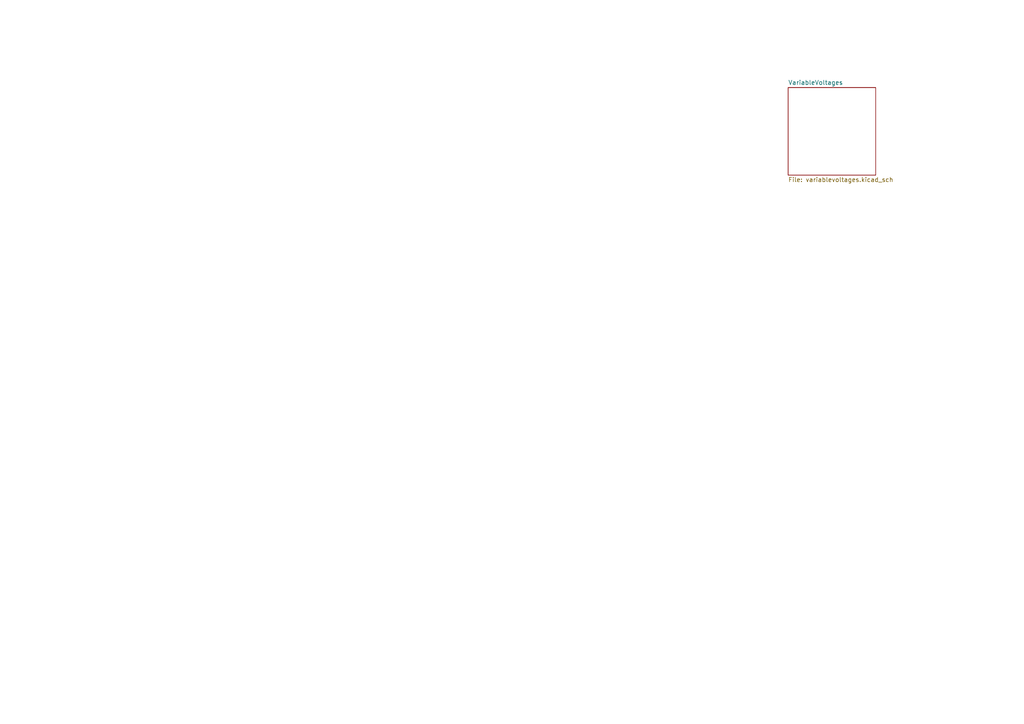
<source format=kicad_sch>
(kicad_sch
	(version 20231120)
	(generator "eeschema")
	(generator_version "8.0")
	(uuid "0191b392-ac13-45a7-8285-e681bccda86a")
	(paper "A4")
	(lib_symbols)
	(sheet
		(at 228.6 25.4)
		(size 25.4 25.4)
		(fields_autoplaced yes)
		(stroke
			(width 0.1524)
			(type solid)
		)
		(fill
			(color 0 0 0 0.0000)
		)
		(uuid "ce3b799c-4157-4548-a378-fa46d0ce1d03")
		(property "Sheetname" "VariableVoltages"
			(at 228.6 24.6884 0)
			(effects
				(font
					(size 1.27 1.27)
				)
				(justify left bottom)
			)
		)
		(property "Sheetfile" "variablevoltages.kicad_sch"
			(at 228.6 51.3846 0)
			(effects
				(font
					(size 1.27 1.27)
				)
				(justify left top)
			)
		)
		(instances
			(project "PowerSupply"
				(path "/0191b392-ac13-45a7-8285-e681bccda86a"
					(page "2")
				)
			)
		)
	)
	(sheet_instances
		(path "/"
			(page "1")
		)
	)
)

</source>
